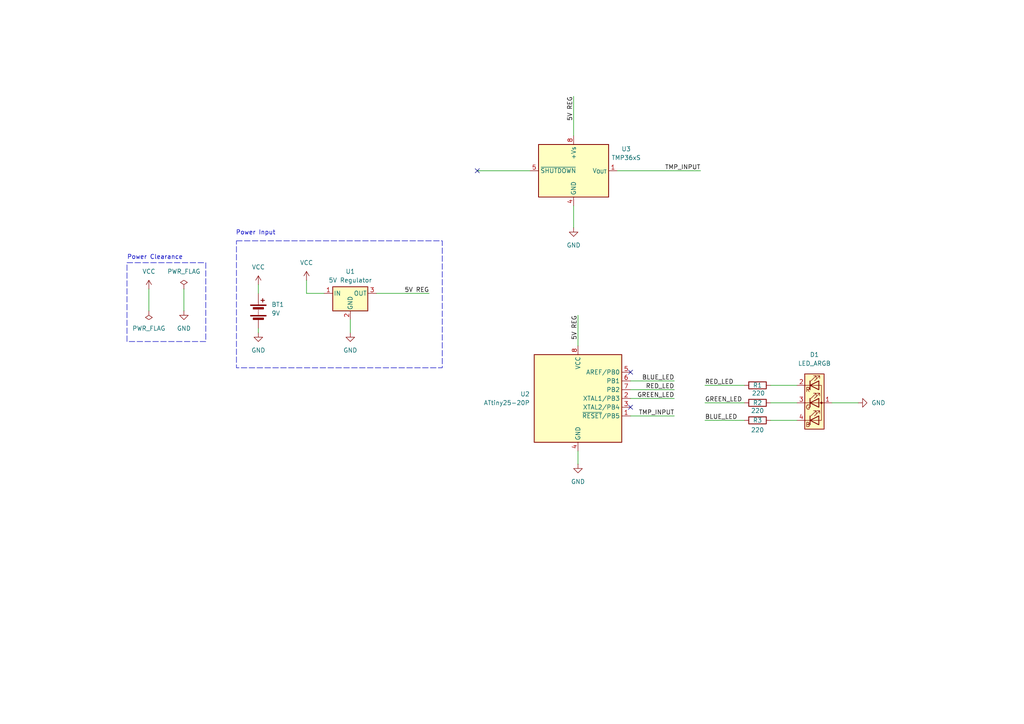
<source format=kicad_sch>
(kicad_sch (version 20231120) (generator "eeschema") (generator_version "8.0")
  (paper "A4")
  (lib_symbols
    (symbol "Device:Battery" (pin_numbers hide) (pin_names (offset 0) hide)
      (property "Reference" "BT" (at 2.54 2.54 0))
      (property "Value" "Battery" (at 2.54 0 0))
      (symbol "Battery_0_1"
        (rectangle (start -2.286 -1.27) (end 2.286 -1.524) (fill (type outline)))
        (rectangle (start -2.286 1.778) (end 2.286 1.524) (fill (type outline)))
        (rectangle (start -1.524 -2.032) (end 1.524 -2.54) (fill (type outline)))
        (rectangle (start -1.524 1.016) (end 1.524 0.508) (fill (type outline)))
        (polyline (pts (xy 0 -1.016) (xy 0 -0.762)))
        (polyline (pts (xy 0 -0.508) (xy 0 -0.254)))
        (polyline (pts (xy 0 0) (xy 0 0.254)))
        (polyline (pts (xy 0 1.778) (xy 0 2.54)))
        (polyline (pts (xy 0.762 3.048) (xy 1.778 3.048)) (stroke (width 0.254)))
        (polyline (pts (xy 1.27 3.556) (xy 1.27 2.54)) (stroke (width 0.254)))
      )
      (symbol "Battery_1_1"
        (pin passive line (at 0 5.08 270) (length 2.54) (name "+") (number "1"))
        (pin passive line (at 0 -5.08 90) (length 2.54) (name "-") (number "2"))
      )
    )
    (symbol "Device:LED_ARGB" (pin_names (offset 0) hide)
      (property "Reference" "D" (at 0 9.398 0))
      (property "Value" "LED_ARGB" (at 0 -8.89 0))
      (symbol "LED_ARGB_0_0"
        (text "B" (at -1.905 -6.35 0) (effects (font (size 1.27 1.27))))
        (text "G" (at -1.905 -1.27 0) (effects (font (size 1.27 1.27))))
        (text "R" (at -1.905 3.81 0) (effects (font (size 1.27 1.27))))
      )
      (symbol "LED_ARGB_0_1"
        (polyline (pts (xy -1.27 -5.08) (xy -2.54 -5.08)))
        (polyline (pts (xy -1.27 -5.08) (xy 1.27 -5.08)))
        (polyline (pts (xy -1.27 -3.81) (xy -1.27 -6.35)) (stroke (width 0.254)))
        (polyline (pts (xy -1.27 0) (xy -2.54 0)))
        (polyline (pts (xy -1.27 1.27) (xy -1.27 -1.27)) (stroke (width 0.254)))
        (polyline (pts (xy -1.27 5.08) (xy -2.54 5.08)))
        (polyline (pts (xy -1.27 5.08) (xy 1.27 5.08)))
        (polyline (pts (xy -1.27 6.35) (xy -1.27 3.81)) (stroke (width 0.254)))
        (polyline (pts (xy 1.27 0) (xy -1.27 0)))
        (polyline (pts (xy 1.27 0) (xy 2.54 0)))
        (polyline (pts (xy -1.27 1.27) (xy -1.27 -1.27) (xy -1.27 -1.27)))
        (polyline (pts (xy -1.27 6.35) (xy -1.27 3.81) (xy -1.27 3.81)))
        (polyline (pts (xy 1.27 -5.08) (xy 2.032 -5.08) (xy 2.032 5.08) (xy 1.27 5.08)))
        (polyline (pts (xy 1.27 -3.81) (xy 1.27 -6.35) (xy -1.27 -5.08) (xy 1.27 -3.81)) (stroke (width 0.254)))
        (polyline (pts (xy 1.27 1.27) (xy 1.27 -1.27) (xy -1.27 0) (xy 1.27 1.27)) (stroke (width 0.254)))
        (polyline (pts (xy 1.27 6.35) (xy 1.27 3.81) (xy -1.27 5.08) (xy 1.27 6.35)) (stroke (width 0.254)))
        (polyline (pts (xy -1.016 -3.81) (xy 0.508 -2.286) (xy -0.254 -2.286) (xy 0.508 -2.286) (xy 0.508 -3.048)))
        (polyline (pts (xy -1.016 1.27) (xy 0.508 2.794) (xy -0.254 2.794) (xy 0.508 2.794) (xy 0.508 2.032)))
        (polyline (pts (xy -1.016 6.35) (xy 0.508 7.874) (xy -0.254 7.874) (xy 0.508 7.874) (xy 0.508 7.112)))
        (polyline (pts (xy 0 -3.81) (xy 1.524 -2.286) (xy 0.762 -2.286) (xy 1.524 -2.286) (xy 1.524 -3.048)))
        (polyline (pts (xy 0 1.27) (xy 1.524 2.794) (xy 0.762 2.794) (xy 1.524 2.794) (xy 1.524 2.032)))
        (polyline (pts (xy 0 6.35) (xy 1.524 7.874) (xy 0.762 7.874) (xy 1.524 7.874) (xy 1.524 7.112)))
        (rectangle (start 1.27 -1.27) (end 1.27 1.27))
        (rectangle (start 1.27 1.27) (end 1.27 1.27))
        (rectangle (start 1.27 3.81) (end 1.27 6.35))
        (rectangle (start 1.27 6.35) (end 1.27 6.35))
        (circle (center 2.032 0) (radius 0.254) (fill (type outline)))
        (rectangle (start 2.794 8.382) (end -2.794 -7.62) (stroke (width 0.254)) (fill (type background)))
      )
      (symbol "LED_ARGB_1_1"
        (pin passive line (at 5.08 0 180) (length 2.54) (name "A") (number "1"))
        (pin passive line (at -5.08 5.08 0) (length 2.54) (name "RK") (number "2"))
        (pin passive line (at -5.08 0 0) (length 2.54) (name "GK") (number "3"))
        (pin passive line (at -5.08 -5.08 0) (length 2.54) (name "BK") (number "4"))
      )
    )
    (symbol "Device:R" (pin_numbers hide) (pin_names (offset 0))
      (property "Reference" "R" (at 2.032 0 90))
      (property "Value" "R" (at 0 0 90))
      (symbol "R_0_1"
        (rectangle (start -1.016 -2.54) (end 1.016 2.54) (stroke (width 0.254)))
      )
      (symbol "R_1_1"
        (pin passive line (at 0 3.81 270) (length 1.27) (name "~") (number "1"))
        (pin passive line (at 0 -3.81 90) (length 1.27) (name "~") (number "2"))
      )
    )
    (symbol "MCU_Microchip_ATtiny:ATtiny25-20P"
      (property "Reference" "U" (at -12.7 13.97 0))
      (property "Value" "ATtiny25-20P" (at 2.54 -13.97 0))
      (symbol "ATtiny25-20P_0_1"
        (rectangle (start -12.7 -12.7) (end 12.7 12.7) (stroke (width 0.254)) (fill (type background)))
      )
      (symbol "ATtiny25-20P_1_1"
        (pin bidirectional line (at 15.24 -5.08 180) (length 2.54) (name "~{RESET}/PB5") (number "1"))
        (pin bidirectional line (at 15.24 0 180) (length 2.54) (name "XTAL1/PB3") (number "2"))
        (pin bidirectional line (at 15.24 -2.54 180) (length 2.54) (name "XTAL2/PB4") (number "3"))
        (pin power_in line (at 0 -15.24 90) (length 2.54) (name "GND") (number "4"))
        (pin bidirectional line (at 15.24 7.62 180) (length 2.54) (name "AREF/PB0") (number "5"))
        (pin bidirectional line (at 15.24 5.08 180) (length 2.54) (name "PB1") (number "6"))
        (pin bidirectional line (at 15.24 2.54 180) (length 2.54) (name "PB2") (number "7"))
        (pin power_in line (at 0 15.24 270) (length 2.54) (name "VCC") (number "8"))
      )
    )
    (symbol "Regulator_Linear:L7805" (pin_names (offset 0.254))
      (property "Reference" "U" (at -3.81 3.175 0))
      (property "Value" "L7805" (at 0 3.175 0))
      (symbol "L7805_0_1"
        (rectangle (start -5.08 1.905) (end 5.08 -5.08) (stroke (width 0.254)) (fill (type background)))
      )
      (symbol "L7805_1_1"
        (pin power_in line (at -7.62 0 0) (length 2.54) (name "IN") (number "1"))
        (pin power_in line (at 0 -7.62 90) (length 2.54) (name "GND") (number "2"))
        (pin power_out line (at 7.62 0 180) (length 2.54) (name "OUT") (number "3"))
      )
    )
    (symbol "Sensor_Temperature:TMP36xS"
      (property "Reference" "U" (at -8.89 8.89 0))
      (property "Value" "TMP36xS" (at 6.35 -8.89 0))
      (symbol "TMP36xS_0_1"
        (rectangle (start -10.16 7.62) (end 10.16 -7.62) (stroke (width 0.254)) (fill (type background)))
      )
      (symbol "TMP36xS_1_1"
        (pin output line (at 12.7 0 180) (length 2.54) (name "V_{OUT}") (number "1"))
        (pin power_in line (at 0 -10.16 90) (length 2.54) (name "GND") (number "4"))
        (pin input line (at -12.7 0 0) (length 2.54) (name "~{SHUTDOWN}") (number "5"))
        (pin power_in line (at 0 10.16 270) (length 2.54) (name "+Vs") (number "8"))
      )
    )
    (symbol "power:GND" (power) (pin_numbers hide) (pin_names (offset 0) hide)
      (property "Value" "GND" (at 0 -3.81 0))
      (symbol "GND_0_1"
        (polyline (pts (xy 0 0) (xy 0 -1.27) (xy 1.27 -1.27) (xy 0 -2.54) (xy -1.27 -1.27) (xy 0 -1.27)))
      )
      (symbol "GND_1_1"
        (pin power_in line (at 0 0 270) (length 0) (name "~") (number "1"))
      )
    )
    (symbol "power:PWR_FLAG" (power) (pin_numbers hide) (pin_names (offset 0) hide)
      (property "Value" "PWR_FLAG" (at 0 3.81 0))
      (symbol "PWR_FLAG_0_0"
        (pin power_out line (at 0 0 90) (length 0) (name "~") (number "1"))
      )
      (symbol "PWR_FLAG_0_1"
        (polyline (pts (xy 0 0) (xy 0 1.27) (xy -1.016 1.905) (xy 0 2.54) (xy 1.016 1.905) (xy 0 1.27)))
      )
    )
    (symbol "power:VCC" (power) (pin_numbers hide) (pin_names (offset 0) hide)
      (property "Value" "VCC" (at 0 3.556 0))
      (symbol "VCC_0_1"
        (polyline (pts (xy -0.762 1.27) (xy 0 2.54)))
        (polyline (pts (xy 0 0) (xy 0 2.54)))
        (polyline (pts (xy 0 2.54) (xy 0.762 1.27)))
      )
      (symbol "VCC_1_1"
        (pin power_in line (at 0 0 90) (length 0) (name "~") (number "1"))
      )
    )
  )
  (no_connect (at 138.43 49.53))
  (no_connect (at 182.88 107.95))
  (no_connect (at 182.88 118.11))
  (wire (pts (xy 223.52 116.84) (xy 231.14 116.84)))
  (wire (pts (xy 74.93 95.25) (xy 74.93 96.52)))
  (wire (pts (xy 223.52 111.76) (xy 231.14 111.76)))
  (wire (pts (xy 88.9 85.09) (xy 93.98 85.09)))
  (wire (pts (xy 204.47 116.84) (xy 215.9 116.84)))
  (wire (pts (xy 182.88 120.65) (xy 195.58 120.65)))
  (wire (pts (xy 74.93 82.55) (xy 74.93 85.09)))
  (wire (pts (xy 109.22 85.09) (xy 124.46 85.09)))
  (wire (pts (xy 43.18 83.82) (xy 43.18 90.17)))
  (wire (pts (xy 182.88 110.49) (xy 195.58 110.49)))
  (wire (pts (xy 204.47 121.92) (xy 215.9 121.92)))
  (wire (pts (xy 88.9 81.28) (xy 88.9 85.09)))
  (wire (pts (xy 153.67 49.53) (xy 138.43 49.53)))
  (wire (pts (xy 167.64 91.44) (xy 167.64 100.33)))
  (wire (pts (xy 101.6 92.71) (xy 101.6 96.52)))
  (wire (pts (xy 223.52 121.92) (xy 231.14 121.92)))
  (wire (pts (xy 167.64 130.81) (xy 167.64 134.62)))
  (wire (pts (xy 53.34 83.82) (xy 53.34 90.17)))
  (wire (pts (xy 166.37 59.69) (xy 166.37 66.04)))
  (wire (pts (xy 182.88 115.57) (xy 195.58 115.57)))
  (wire (pts (xy 166.37 27.94) (xy 166.37 39.37)))
  (wire (pts (xy 179.07 49.53) (xy 203.2 49.53)))
  (wire (pts (xy 204.47 111.76) (xy 215.9 111.76)))
  (wire (pts (xy 241.3 116.84) (xy 248.92 116.84)))
  (wire (pts (xy 182.88 113.03) (xy 195.58 113.03)))
  (rectangle (start 68.58 69.85) (end 128.27 106.68) (stroke (width 0) (type dash)))
  (rectangle (start 36.83 76.2) (end 59.69 99.06) (stroke (width 0) (type dash)))
  (text "Power Clearance" (at 44.958 74.676 0) (effects (font (size 1.27 1.27))))
  (text "Power Input" (at 74.168 67.564 0) (effects (font (size 1.27 1.27))))
  (label "RED_LED" (at 195.58 113.03 180))
  (label "TMP_INPUT" (at 195.58 120.65 180))
  (label "5V REG" (at 167.64 91.44 270))
  (label "5V REG" (at 166.37 27.94 270))
  (label "RED_LED" (at 204.47 111.76 0))
  (label "TMP_INPUT" (at 203.2 49.53 180))
  (label "GREEN_LED" (at 195.58 115.57 180))
  (label "BLUE_LED" (at 204.47 121.92 0))
  (label "BLUE_LED" (at 195.58 110.49 180))
  (label "GREEN_LED" (at 204.47 116.84 0))
  (label "5V REG" (at 124.46 85.09 180))
  (symbol (lib_id "power:GND") (at 167.64 134.62 0) (unit 1)
    (property "Reference" "#PWR07" (effects (hide yes)))
    (property "Value" "GND" (at 167.64 139.7 0))
    (property "Description" "Power symbol creates a global label with name \"GND\" , ground" (effects (hide yes)))
  )
  (symbol (lib_id "power:GND") (at 248.92 116.84 90) (unit 1)
    (property "Reference" "#PWR09" (effects (hide yes)))
    (property "Value" "GND" (at 252.73 116.8399 90) (effects (justify right)))
    (property "Description" "Power symbol creates a global label with name \"GND\" , ground" (effects (hide yes)))
  )
  (symbol (lib_id "power:VCC") (at 88.9 81.28 0) (unit 1)
    (property "Reference" "#PWR04" (effects (hide yes)))
    (property "Value" "VCC" (at 88.9 76.2 0))
    (property "Description" "Power symbol creates a global label with name \"VCC\"" (effects (hide yes)))
  )
  (symbol (lib_id "power:VCC") (at 43.18 83.82 0) (unit 1)
    (property "Reference" "#PWR01" (effects (hide yes)))
    (property "Value" "VCC" (at 43.18 78.74 0))
    (property "Description" "Power symbol creates a global label with name \"VCC\"" (effects (hide yes)))
  )
  (symbol (lib_id "power:GND") (at 101.6 96.52 0) (unit 1)
    (property "Reference" "#PWR06" (effects (hide yes)))
    (property "Value" "GND" (at 101.6 101.6 0))
    (property "Description" "Power symbol creates a global label with name \"GND\" , ground" (effects (hide yes)))
  )
  (symbol (lib_id "MCU_Microchip_ATtiny:ATtiny25-20P") (at 167.64 115.57 0) (unit 1)
    (property "Reference" "U2" (at 153.67 114.2999 0) (effects (justify right)))
    (property "Value" "ATtiny25-20P" (at 153.67 116.8399 0) (effects (justify right)))
    (property "Footprint" "Package_DIP:DIP-8_W7.62mm" (effects (hide yes)))
    (property "Datasheet" "http://ww1.microchip.com/downloads/en/DeviceDoc/atmel-2586-avr-8-bit-microcontroller-attiny25-attiny45-attiny85_datasheet.pdf" (effects (hide yes)))
    (property "Description" "20MHz, 2kB Flash, 128B SRAM, 128B EEPROM, debugWIRE, DIP-8" (effects (hide yes)))
  )
  (symbol (lib_id "power:GND") (at 166.37 66.04 0) (unit 1)
    (property "Reference" "#PWR08" (effects (hide yes)))
    (property "Value" "GND" (at 166.37 71.12 0))
    (property "Description" "Power symbol creates a global label with name \"GND\" , ground" (effects (hide yes)))
  )
  (symbol (lib_id "Regulator_Linear:L7805") (at 101.6 85.09 0) (unit 1)
    (property "Reference" "U1" (at 101.6 78.74 0))
    (property "Value" "5V Regulator" (at 101.6 81.28 0))
    (property "Footprint" "Package_TO_SOT_THT:TO-220-3_Vertical" (effects (hide yes)))
    (property "Datasheet" "http://www.st.com/content/ccc/resource/technical/document/datasheet/41/4f/b3/b0/12/d4/47/88/CD00000444.pdf/files/CD00000444.pdf/jcr:content/translations/en.CD00000444.pdf" (effects (hide yes)))
    (property "Description" "Positive 1.5A 35V Linear Regulator, Fixed Output 5V, TO-220/TO-263/TO-252" (effects (hide yes)))
  )
  (symbol (lib_id "Sensor_Temperature:TMP36xS") (at 166.37 49.53 0) (unit 1)
    (property "Reference" "U3" (at 181.61 43.2114 0))
    (property "Value" "TMP36xS" (at 181.61 45.7514 0))
    (property "Footprint" "Package_SO:SOIC-8_3.9x4.9mm_P1.27mm" (effects (hide yes)))
    (property "Datasheet" "https://www.analog.com/media/en/technical-documentation/data-sheets/TMP35_36_37.pdf" (effects (hide yes)))
    (property "Description" "Low Voltage Temperature Sensor, SOIC-8" (effects (hide yes)))
  )
  (symbol (lib_id "power:PWR_FLAG") (at 43.18 90.17 180) (unit 1)
    (property "Reference" "#FLG02" (effects (hide yes)))
    (property "Value" "PWR_FLAG" (at 43.18 95.25 0))
    (property "Description" "Special symbol for telling ERC where power comes from" (effects (hide yes)))
  )
  (symbol (lib_id "power:PWR_FLAG") (at 53.34 83.82 0) (unit 1)
    (property "Reference" "#FLG01" (effects (hide yes)))
    (property "Value" "PWR_FLAG" (at 53.34 78.74 0))
    (property "Description" "Special symbol for telling ERC where power comes from" (effects (hide yes)))
  )
  (symbol (lib_id "power:GND") (at 53.34 90.17 0) (unit 1)
    (property "Reference" "#PWR02" (effects (hide yes)))
    (property "Value" "GND" (at 53.34 95.25 0))
    (property "Description" "Power symbol creates a global label with name \"GND\" , ground" (effects (hide yes)))
  )
  (symbol (lib_id "Device:R") (at 219.71 111.76 90) (unit 1)
    (property "Reference" "R1" (at 219.71 111.76 90))
    (property "Value" "220" (at 219.964 114.046 90))
    (property "Footprint" "Resistor_THT:R_Axial_DIN0207_L6.3mm_D2.5mm_P10.16mm_Horizontal" (effects (hide yes)))
    (property "Description" "Resistor" (effects (hide yes)))
  )
  (symbol (lib_id "Device:R") (at 219.71 116.84 90) (unit 1)
    (property "Reference" "R2" (at 219.71 116.84 90))
    (property "Value" "220" (at 219.71 119.126 90))
    (property "Footprint" "Resistor_THT:R_Axial_DIN0207_L6.3mm_D2.5mm_P10.16mm_Horizontal" (effects (hide yes)))
    (property "Description" "Resistor" (effects (hide yes)))
  )
  (symbol (lib_id "Device:LED_ARGB") (at 236.22 116.84 0) (unit 1)
    (property "Reference" "D1" (at 236.22 102.87 0))
    (property "Value" "LED_ARGB" (at 236.22 105.41 0))
    (property "Footprint" "LED_THT:LED_BL-FL7680RGB" (effects (hide yes)))
    (property "Description" "RGB LED, anode/red/green/blue" (effects (hide yes)))
  )
  (symbol (lib_id "power:VCC") (at 74.93 82.55 0) (unit 1)
    (property "Reference" "#PWR03" (effects (hide yes)))
    (property "Value" "VCC" (at 74.93 77.47 0))
    (property "Description" "Power symbol creates a global label with name \"VCC\"" (effects (hide yes)))
  )
  (symbol (lib_id "power:GND") (at 74.93 96.52 0) (unit 1)
    (property "Reference" "#PWR05" (effects (hide yes)))
    (property "Value" "GND" (at 74.93 101.6 0))
    (property "Description" "Power symbol creates a global label with name \"GND\" , ground" (effects (hide yes)))
  )
  (symbol (lib_id "Device:R") (at 219.71 121.92 90) (unit 1)
    (property "Reference" "R3" (at 219.71 121.92 90))
    (property "Value" "220" (at 219.71 124.714 90))
    (property "Footprint" "Resistor_THT:R_Axial_DIN0207_L6.3mm_D2.5mm_P10.16mm_Horizontal" (effects (hide yes)))
    (property "Description" "Resistor" (effects (hide yes)))
  )
  (symbol (lib_id "Device:Battery") (at 74.93 90.17 0) (unit 1)
    (property "Reference" "BT1" (at 78.74 88.3284 0) (effects (justify left)))
    (property "Value" "9V" (at 78.74 90.8684 0) (effects (justify left)))
    (property "Footprint" "Battery:BatteryHolder_MPD_BA9VPC_1xPP3" (effects (hide yes)))
    (property "Description" "Multiple-cell battery" (effects (hide yes)))
  )
)
</source>
